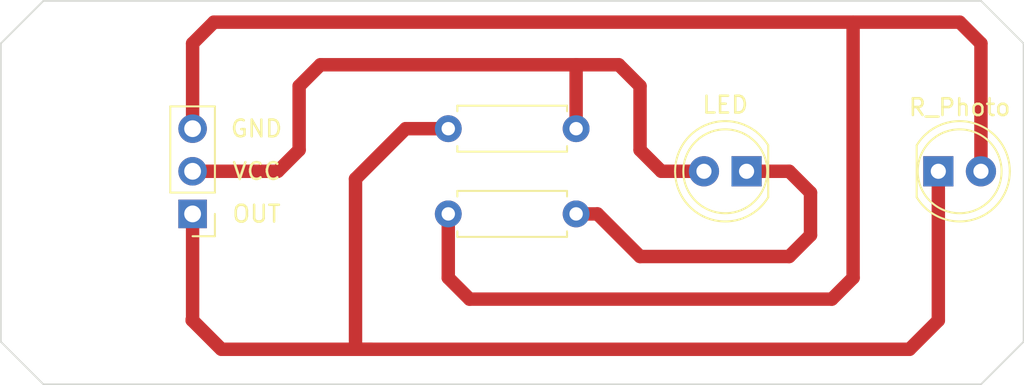
<source format=kicad_pcb>
(kicad_pcb (version 20211014) (generator pcbnew)
  (layers (0 "F.Cu" signal) (31 "B.Cu" signal) (34 "B.Paste" user) (35 "F.Paste" user) (36 "B.SilkS" user "B.Silkscreen") (37 "F.SilkS" user "F.Silkscreen") (38 "B.Mask" user) (39 "F.Mask" user) (44 "Edge.Cuts" user))
  (net 0 "")
  (net 1 "Net-(D1-Pad1)")
  (net 2 "VCC")
  (net 3 "GND")
  (net 4 "LIGHTSENSOR")
  (footprint "Resistor_THT:R_Axial_DIN0207_L6.3mm_D2.5mm_P7.62mm_Horizontal" (layer "F.Cu") (at 148.59 97.79 180)
    (fp_text reference "R2" hide)
    (fp_text value "R" hide)
    (fp_line (start 0.54 -1.37) (end 7.08 -1.37) (layer "F.SilkS") (width 0.12))
    (fp_line (start 7.08 1.37) (end 7.08 1.04) (layer "F.SilkS") (width 0.12))
    (fp_line (start 0.54 1.04) (end 0.54 1.37) (layer "F.SilkS") (width 0.12))
    (fp_line (start 0.54 -1.04) (end 0.54 -1.37) (layer "F.SilkS") (width 0.12))
    (fp_line (start 0.54 1.37) (end 7.08 1.37) (layer "F.SilkS") (width 0.12))
    (fp_line (start 7.08 -1.37) (end 7.08 -1.04) (layer "F.SilkS") (width 0.12))
    (pad "1" thru_hole circle locked (at 0 0 180) (size 1.6 1.6) (drill 0.8) (layers *.Cu *.Mask) (net 1 "Net-(D1-Pad1)"))
    (pad "2" thru_hole oval locked (at 7.62 0 180) (size 1.6 1.6) (drill 0.8) (layers *.Cu *.Mask) (net 3 "GND"))
  )
  (footprint "Connector_PinHeader_2.54mm:PinHeader_1x03_P2.54mm_Vertical" (layer "F.Cu") (at 125.73 97.79 180)
    (fp_text reference "J1" hide)
    (fp_text value "Conn_01x03_Male" hide)
    (fp_line (start -1.33 -1.33) (end 0 -1.33) (layer "F.SilkS") (width 0.12))
    (fp_line (start -1.33 6.41) (end 1.33 6.41) (layer "F.SilkS") (width 0.12))
    (fp_line (start 1.33 1.27) (end 1.33 6.41) (layer "F.SilkS") (width 0.12))
    (fp_line (start -1.33 1.27) (end -1.33 6.41) (layer "F.SilkS") (width 0.12))
    (fp_line (start -1.33 1.27) (end 1.33 1.27) (layer "F.SilkS") (width 0.12))
    (fp_line (start -1.33 0) (end -1.33 -1.33) (layer "F.SilkS") (width 0.12))
    (pad "1" thru_hole rect locked (at 0 0 180) (size 1.7 1.7) (drill 1) (layers *.Cu *.Mask) (net 4 "LIGHTSENSOR"))
    (pad "2" thru_hole oval locked (at 0 2.54 180) (size 1.7 1.7) (drill 1) (layers *.Cu *.Mask) (net 2 "VCC"))
    (pad "3" thru_hole oval locked (at 0 5.08 180) (size 1.7 1.7) (drill 1) (layers *.Cu *.Mask) (net 3 "GND"))
  )
  (footprint "LED_THT:LED_D5.0mm" (layer "F.Cu") (at 170.18 95.25)
    (fp_text reference "R3" hide)
    (fp_text value "R_Photo" (at 1.27 -3.81) (layer "F.SilkS"))
    (fp_line (start -1.29 -1.545) (end -1.29 1.545) (layer "F.SilkS") (width 0.12))
    (fp_arc (start -1.29 -1.54483) (mid 2.072002 -2.880433) (end 4.26 0.000462) (layer "F.SilkS") (width 0.12))
    (fp_arc (start 4.26 -0.000462) (mid 2.072002 2.880433) (end -1.29 1.54483) (layer "F.SilkS") (width 0.12))
    (fp_circle (center 1.27 0) (end 3.77 0) (layer "F.SilkS") (width 0.12) (fill none))
    (pad "1" thru_hole rect locked (at 0 0) (size 1.8 1.8) (drill 0.9) (layers *.Cu *.Mask) (net 4 "LIGHTSENSOR"))
    (pad "2" thru_hole circle locked (at 2.54 0) (size 1.8 1.8) (drill 0.9) (layers *.Cu *.Mask) (net 3 "GND"))
  )
  (footprint "LED_THT:LED_D5.0mm" (layer "F.Cu") (at 158.75 95.25 180)
    (fp_text reference "D1" hide)
    (fp_text value "LED" (at 1.27 3.96) (layer "F.SilkS"))
    (fp_line (start -1.29 -1.545) (end -1.29 1.545) (layer "F.SilkS") (width 0.12))
    (fp_arc (start 4.26 -0.000462) (mid 2.072002 2.880433) (end -1.29 1.54483) (layer "F.SilkS") (width 0.12))
    (fp_arc (start -1.29 -1.54483) (mid 2.072002 -2.880433) (end 4.26 0.000462) (layer "F.SilkS") (width 0.12))
    (fp_circle (center 1.27 0) (end 3.77 0) (layer "F.SilkS") (width 0.12) (fill none))
    (pad "1" thru_hole rect locked (at 0 0 180) (size 1.8 1.8) (drill 0.9) (layers *.Cu *.Mask) (net 1 "Net-(D1-Pad1)"))
    (pad "2" thru_hole circle locked (at 2.54 0 180) (size 1.8 1.8) (drill 0.9) (layers *.Cu *.Mask) (net 2 "VCC"))
  )
  (footprint "MountingHole:MountingHole_3.2mm_M3" (layer "F.Cu") (at 119.38 96.52)
    (fp_text reference "H1" hide)
    (fp_text value "screw")
    (pad "" np_thru_hole circle locked (at 0 0) (size 3.2 3.2) (drill 3.2) (layers *.Cu *.Mask))
  )
  (footprint "Resistor_THT:R_Axial_DIN0207_L6.3mm_D2.5mm_P7.62mm_Horizontal" (layer "F.Cu") (at 148.59 92.71 180)
    (fp_text reference "R1" hide)
    (fp_text value "R" hide)
    (fp_line (start 7.08 1.37) (end 7.08 1.04) (layer "F.SilkS") (width 0.12))
    (fp_line (start 0.54 -1.04) (end 0.54 -1.37) (layer "F.SilkS") (width 0.12))
    (fp_line (start 0.54 1.04) (end 0.54 1.37) (layer "F.SilkS") (width 0.12))
    (fp_line (start 7.08 -1.37) (end 7.08 -1.04) (layer "F.SilkS") (width 0.12))
    (fp_line (start 0.54 1.37) (end 7.08 1.37) (layer "F.SilkS") (width 0.12))
    (fp_line (start 0.54 -1.37) (end 7.08 -1.37) (layer "F.SilkS") (width 0.12))
    (pad "1" thru_hole circle locked (at 0 0 180) (size 1.6 1.6) (drill 0.8) (layers *.Cu *.Mask) (net 2 "VCC"))
    (pad "2" thru_hole oval locked (at 7.62 0 180) (size 1.6 1.6) (drill 0.8) (layers *.Cu *.Mask) (net 4 "LIGHTSENSOR"))
  )
  (gr_line (start 114.3 105.41) (end 114.3 87.63) (layer "Edge.Cuts") (width 0.1))
  (gr_line (start 172.72 107.95) (end 116.84 107.95) (layer "Edge.Cuts") (width 0.1))
  (gr_line (start 116.84 107.95) (end 114.3 105.41) (layer "Edge.Cuts") (width 0.1))
  (gr_line (start 116.84 85.09) (end 172.72 85.09) (layer "Edge.Cuts") (width 0.1))
  (gr_line (start 172.72 85.09) (end 175.26 87.63) (layer "Edge.Cuts") (width 0.1))
  (gr_line (start 175.26 105.41) (end 172.72 107.95) (layer "Edge.Cuts") (width 0.1))
  (gr_line (start 175.26 87.63) (end 175.26 105.41) (layer "Edge.Cuts") (width 0.1))
  (gr_line (start 114.3 87.63) (end 116.84 85.09) (layer "Edge.Cuts") (width 0.1))
  (gr_text "VCC" (at 129.54 95.25) (layer "F.SilkS") (effects (font (size 1 1))))
  (gr_text "OUT" (at 129.54 97.79) (layer "F.SilkS") (effects (font (size 1 1))))
  (gr_text "GND" (at 129.54 92.71) (layer "F.SilkS") (effects (font (size 1 1))))
  (segment (start 149.86 97.79) (end 148.59 97.79) (width 0.8) (layer "F.Cu") (net 1))
  (segment (start 162.56 96.52) (end 161.29 95.25) (width 0.8) (layer "F.Cu") (net 1))
  (segment (start 152.4 100.33) (end 149.86 97.79) (width 0.8) (layer "F.Cu") (net 1))
  (segment (start 152.4 100.33) (end 161.29 100.33) (width 0.8) (layer "F.Cu") (net 1))
  (segment (start 161.29 95.25) (end 158.75 95.25) (width 0.8) (layer "F.Cu") (net 1))
  (segment (start 162.56 99.06) (end 162.56 96.52) (width 0.8) (layer "F.Cu") (net 1))
  (segment (start 161.29 100.33) (end 162.56 99.06) (width 0.8) (layer "F.Cu") (net 1))
  (segment (start 153.67 95.25) (end 152.4 93.98) (width 0.8) (layer "F.Cu") (net 2))
  (segment (start 132.08 90.17) (end 132.08 93.98) (width 0.8) (layer "F.Cu") (net 2))
  (segment (start 151.13 88.9) (end 148.59 88.9) (width 0.8) (layer "F.Cu") (net 2))
  (segment (start 156.21 95.25) (end 153.67 95.25) (width 0.8) (layer "F.Cu") (net 2))
  (segment (start 130.81 95.25) (end 125.73 95.25) (width 0.8) (layer "F.Cu") (net 2))
  (segment (start 152.4 93.98) (end 152.4 90.17) (width 0.8) (layer "F.Cu") (net 2))
  (segment (start 133.35 88.9) (end 132.08 90.17) (width 0.8) (layer "F.Cu") (net 2))
  (segment (start 148.59 88.9) (end 133.35 88.9) (width 0.8) (layer "F.Cu") (net 2))
  (segment (start 148.59 92.71) (end 148.59 88.9) (width 0.8) (layer "F.Cu") (net 2))
  (segment (start 132.08 93.98) (end 130.81 95.25) (width 0.8) (layer "F.Cu") (net 2))
  (segment (start 152.4 90.17) (end 151.13 88.9) (width 0.8) (layer "F.Cu") (net 2))
  (segment (start 165.1 101.6) (end 165.1 86.36) (width 0.8) (layer "F.Cu") (net 3))
  (segment (start 125.73 87.63) (end 125.73 92.71) (width 0.8) (layer "F.Cu") (net 3))
  (segment (start 163.83 102.87) (end 165.1 101.6) (width 0.8) (layer "F.Cu") (net 3))
  (segment (start 171.45 86.36) (end 127 86.36) (width 0.8) (layer "F.Cu") (net 3))
  (segment (start 142.24 102.87) (end 163.83 102.87) (width 0.8) (layer "F.Cu") (net 3))
  (segment (start 172.72 87.63) (end 171.45 86.36) (width 0.8) (layer "F.Cu") (net 3))
  (segment (start 140.97 101.6) (end 140.97 97.79) (width 0.8) (layer "F.Cu") (net 3))
  (segment (start 171.45 86.36) (end 149.86 86.36) (width 0.25) (layer "F.Cu") (net 3))
  (segment (start 140.97 101.6) (end 142.24 102.87) (width 0.8) (layer "F.Cu") (net 3))
  (segment (start 127 86.36) (end 125.73 87.63) (width 0.8) (layer "F.Cu") (net 3))
  (segment (start 172.72 87.63) (end 172.72 95.25) (width 0.8) (layer "F.Cu") (net 3))
  (segment (start 165.1 86.36) (end 149.86 86.36) (width 0.25) (layer "F.Cu") (net 3))
  (segment (start 136.33952 105.85952) (end 135.44048 105.85952) (width 0.8) (layer "F.Cu") (net 4))
  (segment (start 125.73 104.09) (end 125.73 97.79) (width 0.8) (layer "F.Cu") (net 4))
  (segment (start 168.46048 105.85952) (end 136.33952 105.85952) (width 0.8) (layer "F.Cu") (net 4))
  (segment (start 125.705 104.115) (end 125.73 104.09) (width 0.8) (layer "F.Cu") (net 4))
  (segment (start 170.18 104.14) (end 168.46048 105.85952) (width 0.8) (layer "F.Cu") (net 4))
  (segment (start 135.44048 95.69952) (end 138.43 92.71) (width 0.8) (layer "F.Cu") (net 4))
  (segment (start 125.705 104.115) (end 125.705 104.125) (width 0.8) (layer "F.Cu") (net 4))
  (segment (start 135.44048 95.69952) (end 135.44048 105.85952) (width 0.8) (layer "F.Cu") (net 4))
  (segment (start 138.43 92.71) (end 140.97 92.71) (width 0.8) (layer "F.Cu") (net 4))
  (segment (start 136.33952 105.85952) (end 127.44952 105.85952) (width 0.8) (layer "F.Cu") (net 4))
  (segment (start 170.18 95.25) (end 170.18 104.14) (width 0.8) (layer "F.Cu") (net 4))
  (segment (start 125.705 104.125) (end 127.42452 105.84452) (width 0.8) (layer "F.Cu") (net 4))
  (segment (start 127.44952 105.85952) (end 125.705 104.115) (width 0.8) (layer "F.Cu") (net 4))
)
</source>
